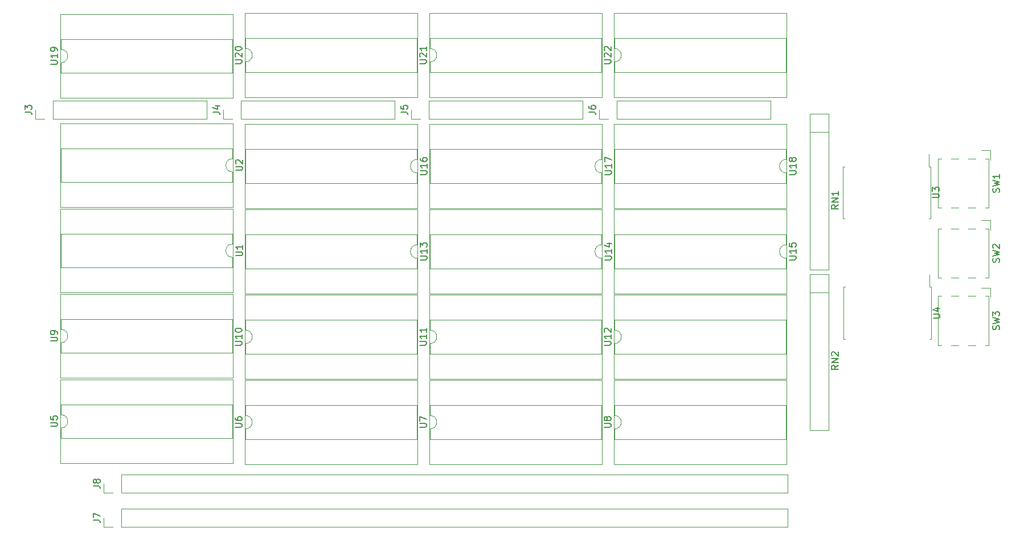
<source format=gbr>
%TF.GenerationSoftware,KiCad,Pcbnew,(6.0.6)*%
%TF.CreationDate,2022-07-29T18:16:28+02:00*%
%TF.ProjectId,csr,6373722e-6b69-4636-9164-5f7063625858,rev?*%
%TF.SameCoordinates,Original*%
%TF.FileFunction,Legend,Top*%
%TF.FilePolarity,Positive*%
%FSLAX46Y46*%
G04 Gerber Fmt 4.6, Leading zero omitted, Abs format (unit mm)*
G04 Created by KiCad (PCBNEW (6.0.6)) date 2022-07-29 18:16:28*
%MOMM*%
%LPD*%
G01*
G04 APERTURE LIST*
%ADD10C,0.150000*%
%ADD11C,0.120000*%
G04 APERTURE END LIST*
D10*
%TO.C,U22*%
X127678380Y-301720095D02*
X128487904Y-301720095D01*
X128583142Y-301672476D01*
X128630761Y-301624857D01*
X128678380Y-301529619D01*
X128678380Y-301339142D01*
X128630761Y-301243904D01*
X128583142Y-301196285D01*
X128487904Y-301148666D01*
X127678380Y-301148666D01*
X127773619Y-300720095D02*
X127726000Y-300672476D01*
X127678380Y-300577238D01*
X127678380Y-300339142D01*
X127726000Y-300243904D01*
X127773619Y-300196285D01*
X127868857Y-300148666D01*
X127964095Y-300148666D01*
X128106952Y-300196285D01*
X128678380Y-300767714D01*
X128678380Y-300148666D01*
X127773619Y-299767714D02*
X127726000Y-299720095D01*
X127678380Y-299624857D01*
X127678380Y-299386761D01*
X127726000Y-299291523D01*
X127773619Y-299243904D01*
X127868857Y-299196285D01*
X127964095Y-299196285D01*
X128106952Y-299243904D01*
X128678380Y-299815333D01*
X128678380Y-299196285D01*
%TO.C,U21*%
X100246380Y-301720095D02*
X101055904Y-301720095D01*
X101151142Y-301672476D01*
X101198761Y-301624857D01*
X101246380Y-301529619D01*
X101246380Y-301339142D01*
X101198761Y-301243904D01*
X101151142Y-301196285D01*
X101055904Y-301148666D01*
X100246380Y-301148666D01*
X100341619Y-300720095D02*
X100294000Y-300672476D01*
X100246380Y-300577238D01*
X100246380Y-300339142D01*
X100294000Y-300243904D01*
X100341619Y-300196285D01*
X100436857Y-300148666D01*
X100532095Y-300148666D01*
X100674952Y-300196285D01*
X101246380Y-300767714D01*
X101246380Y-300148666D01*
X101246380Y-299196285D02*
X101246380Y-299767714D01*
X101246380Y-299482000D02*
X100246380Y-299482000D01*
X100389238Y-299577238D01*
X100484476Y-299672476D01*
X100532095Y-299767714D01*
%TO.C,U20*%
X72814380Y-301720095D02*
X73623904Y-301720095D01*
X73719142Y-301672476D01*
X73766761Y-301624857D01*
X73814380Y-301529619D01*
X73814380Y-301339142D01*
X73766761Y-301243904D01*
X73719142Y-301196285D01*
X73623904Y-301148666D01*
X72814380Y-301148666D01*
X72909619Y-300720095D02*
X72862000Y-300672476D01*
X72814380Y-300577238D01*
X72814380Y-300339142D01*
X72862000Y-300243904D01*
X72909619Y-300196285D01*
X73004857Y-300148666D01*
X73100095Y-300148666D01*
X73242952Y-300196285D01*
X73814380Y-300767714D01*
X73814380Y-300148666D01*
X72814380Y-299529619D02*
X72814380Y-299434380D01*
X72862000Y-299339142D01*
X72909619Y-299291523D01*
X73004857Y-299243904D01*
X73195333Y-299196285D01*
X73433428Y-299196285D01*
X73623904Y-299243904D01*
X73719142Y-299291523D01*
X73766761Y-299339142D01*
X73814380Y-299434380D01*
X73814380Y-299529619D01*
X73766761Y-299624857D01*
X73719142Y-299672476D01*
X73623904Y-299720095D01*
X73433428Y-299767714D01*
X73195333Y-299767714D01*
X73004857Y-299720095D01*
X72909619Y-299672476D01*
X72862000Y-299624857D01*
X72814380Y-299529619D01*
%TO.C,U19*%
X45382380Y-301847095D02*
X46191904Y-301847095D01*
X46287142Y-301799476D01*
X46334761Y-301751857D01*
X46382380Y-301656619D01*
X46382380Y-301466142D01*
X46334761Y-301370904D01*
X46287142Y-301323285D01*
X46191904Y-301275666D01*
X45382380Y-301275666D01*
X46382380Y-300275666D02*
X46382380Y-300847095D01*
X46382380Y-300561380D02*
X45382380Y-300561380D01*
X45525238Y-300656619D01*
X45620476Y-300751857D01*
X45668095Y-300847095D01*
X46382380Y-299799476D02*
X46382380Y-299609000D01*
X46334761Y-299513761D01*
X46287142Y-299466142D01*
X46144285Y-299370904D01*
X45953809Y-299323285D01*
X45572857Y-299323285D01*
X45477619Y-299370904D01*
X45430000Y-299418523D01*
X45382380Y-299513761D01*
X45382380Y-299704238D01*
X45430000Y-299799476D01*
X45477619Y-299847095D01*
X45572857Y-299894714D01*
X45810952Y-299894714D01*
X45906190Y-299847095D01*
X45953809Y-299799476D01*
X46001428Y-299704238D01*
X46001428Y-299513761D01*
X45953809Y-299418523D01*
X45906190Y-299370904D01*
X45810952Y-299323285D01*
%TO.C,U18*%
X155198380Y-318230095D02*
X156007904Y-318230095D01*
X156103142Y-318182476D01*
X156150761Y-318134857D01*
X156198380Y-318039619D01*
X156198380Y-317849142D01*
X156150761Y-317753904D01*
X156103142Y-317706285D01*
X156007904Y-317658666D01*
X155198380Y-317658666D01*
X156198380Y-316658666D02*
X156198380Y-317230095D01*
X156198380Y-316944380D02*
X155198380Y-316944380D01*
X155341238Y-317039619D01*
X155436476Y-317134857D01*
X155484095Y-317230095D01*
X155626952Y-316087238D02*
X155579333Y-316182476D01*
X155531714Y-316230095D01*
X155436476Y-316277714D01*
X155388857Y-316277714D01*
X155293619Y-316230095D01*
X155246000Y-316182476D01*
X155198380Y-316087238D01*
X155198380Y-315896761D01*
X155246000Y-315801523D01*
X155293619Y-315753904D01*
X155388857Y-315706285D01*
X155436476Y-315706285D01*
X155531714Y-315753904D01*
X155579333Y-315801523D01*
X155626952Y-315896761D01*
X155626952Y-316087238D01*
X155674571Y-316182476D01*
X155722190Y-316230095D01*
X155817428Y-316277714D01*
X156007904Y-316277714D01*
X156103142Y-316230095D01*
X156150761Y-316182476D01*
X156198380Y-316087238D01*
X156198380Y-315896761D01*
X156150761Y-315801523D01*
X156103142Y-315753904D01*
X156007904Y-315706285D01*
X155817428Y-315706285D01*
X155722190Y-315753904D01*
X155674571Y-315801523D01*
X155626952Y-315896761D01*
%TO.C,U17*%
X127766380Y-318230095D02*
X128575904Y-318230095D01*
X128671142Y-318182476D01*
X128718761Y-318134857D01*
X128766380Y-318039619D01*
X128766380Y-317849142D01*
X128718761Y-317753904D01*
X128671142Y-317706285D01*
X128575904Y-317658666D01*
X127766380Y-317658666D01*
X128766380Y-316658666D02*
X128766380Y-317230095D01*
X128766380Y-316944380D02*
X127766380Y-316944380D01*
X127909238Y-317039619D01*
X128004476Y-317134857D01*
X128052095Y-317230095D01*
X127766380Y-316325333D02*
X127766380Y-315658666D01*
X128766380Y-316087238D01*
%TO.C,U16*%
X100334380Y-318230095D02*
X101143904Y-318230095D01*
X101239142Y-318182476D01*
X101286761Y-318134857D01*
X101334380Y-318039619D01*
X101334380Y-317849142D01*
X101286761Y-317753904D01*
X101239142Y-317706285D01*
X101143904Y-317658666D01*
X100334380Y-317658666D01*
X101334380Y-316658666D02*
X101334380Y-317230095D01*
X101334380Y-316944380D02*
X100334380Y-316944380D01*
X100477238Y-317039619D01*
X100572476Y-317134857D01*
X100620095Y-317230095D01*
X100334380Y-315801523D02*
X100334380Y-315992000D01*
X100382000Y-316087238D01*
X100429619Y-316134857D01*
X100572476Y-316230095D01*
X100762952Y-316277714D01*
X101143904Y-316277714D01*
X101239142Y-316230095D01*
X101286761Y-316182476D01*
X101334380Y-316087238D01*
X101334380Y-315896761D01*
X101286761Y-315801523D01*
X101239142Y-315753904D01*
X101143904Y-315706285D01*
X100905809Y-315706285D01*
X100810571Y-315753904D01*
X100762952Y-315801523D01*
X100715333Y-315896761D01*
X100715333Y-316087238D01*
X100762952Y-316182476D01*
X100810571Y-316230095D01*
X100905809Y-316277714D01*
%TO.C,U15*%
X155198380Y-330930095D02*
X156007904Y-330930095D01*
X156103142Y-330882476D01*
X156150761Y-330834857D01*
X156198380Y-330739619D01*
X156198380Y-330549142D01*
X156150761Y-330453904D01*
X156103142Y-330406285D01*
X156007904Y-330358666D01*
X155198380Y-330358666D01*
X156198380Y-329358666D02*
X156198380Y-329930095D01*
X156198380Y-329644380D02*
X155198380Y-329644380D01*
X155341238Y-329739619D01*
X155436476Y-329834857D01*
X155484095Y-329930095D01*
X155198380Y-328453904D02*
X155198380Y-328930095D01*
X155674571Y-328977714D01*
X155626952Y-328930095D01*
X155579333Y-328834857D01*
X155579333Y-328596761D01*
X155626952Y-328501523D01*
X155674571Y-328453904D01*
X155769809Y-328406285D01*
X156007904Y-328406285D01*
X156103142Y-328453904D01*
X156150761Y-328501523D01*
X156198380Y-328596761D01*
X156198380Y-328834857D01*
X156150761Y-328930095D01*
X156103142Y-328977714D01*
%TO.C,U14*%
X127766380Y-330930095D02*
X128575904Y-330930095D01*
X128671142Y-330882476D01*
X128718761Y-330834857D01*
X128766380Y-330739619D01*
X128766380Y-330549142D01*
X128718761Y-330453904D01*
X128671142Y-330406285D01*
X128575904Y-330358666D01*
X127766380Y-330358666D01*
X128766380Y-329358666D02*
X128766380Y-329930095D01*
X128766380Y-329644380D02*
X127766380Y-329644380D01*
X127909238Y-329739619D01*
X128004476Y-329834857D01*
X128052095Y-329930095D01*
X128099714Y-328501523D02*
X128766380Y-328501523D01*
X127718761Y-328739619D02*
X128433047Y-328977714D01*
X128433047Y-328358666D01*
%TO.C,U13*%
X100334380Y-330930095D02*
X101143904Y-330930095D01*
X101239142Y-330882476D01*
X101286761Y-330834857D01*
X101334380Y-330739619D01*
X101334380Y-330549142D01*
X101286761Y-330453904D01*
X101239142Y-330406285D01*
X101143904Y-330358666D01*
X100334380Y-330358666D01*
X101334380Y-329358666D02*
X101334380Y-329930095D01*
X101334380Y-329644380D02*
X100334380Y-329644380D01*
X100477238Y-329739619D01*
X100572476Y-329834857D01*
X100620095Y-329930095D01*
X100334380Y-329025333D02*
X100334380Y-328406285D01*
X100715333Y-328739619D01*
X100715333Y-328596761D01*
X100762952Y-328501523D01*
X100810571Y-328453904D01*
X100905809Y-328406285D01*
X101143904Y-328406285D01*
X101239142Y-328453904D01*
X101286761Y-328501523D01*
X101334380Y-328596761D01*
X101334380Y-328882476D01*
X101286761Y-328977714D01*
X101239142Y-329025333D01*
%TO.C,U12*%
X127678380Y-343630095D02*
X128487904Y-343630095D01*
X128583142Y-343582476D01*
X128630761Y-343534857D01*
X128678380Y-343439619D01*
X128678380Y-343249142D01*
X128630761Y-343153904D01*
X128583142Y-343106285D01*
X128487904Y-343058666D01*
X127678380Y-343058666D01*
X128678380Y-342058666D02*
X128678380Y-342630095D01*
X128678380Y-342344380D02*
X127678380Y-342344380D01*
X127821238Y-342439619D01*
X127916476Y-342534857D01*
X127964095Y-342630095D01*
X127773619Y-341677714D02*
X127726000Y-341630095D01*
X127678380Y-341534857D01*
X127678380Y-341296761D01*
X127726000Y-341201523D01*
X127773619Y-341153904D01*
X127868857Y-341106285D01*
X127964095Y-341106285D01*
X128106952Y-341153904D01*
X128678380Y-341725333D01*
X128678380Y-341106285D01*
%TO.C,U11*%
X100246380Y-343630095D02*
X101055904Y-343630095D01*
X101151142Y-343582476D01*
X101198761Y-343534857D01*
X101246380Y-343439619D01*
X101246380Y-343249142D01*
X101198761Y-343153904D01*
X101151142Y-343106285D01*
X101055904Y-343058666D01*
X100246380Y-343058666D01*
X101246380Y-342058666D02*
X101246380Y-342630095D01*
X101246380Y-342344380D02*
X100246380Y-342344380D01*
X100389238Y-342439619D01*
X100484476Y-342534857D01*
X100532095Y-342630095D01*
X101246380Y-341106285D02*
X101246380Y-341677714D01*
X101246380Y-341392000D02*
X100246380Y-341392000D01*
X100389238Y-341487238D01*
X100484476Y-341582476D01*
X100532095Y-341677714D01*
%TO.C,U10*%
X72814380Y-343630095D02*
X73623904Y-343630095D01*
X73719142Y-343582476D01*
X73766761Y-343534857D01*
X73814380Y-343439619D01*
X73814380Y-343249142D01*
X73766761Y-343153904D01*
X73719142Y-343106285D01*
X73623904Y-343058666D01*
X72814380Y-343058666D01*
X73814380Y-342058666D02*
X73814380Y-342630095D01*
X73814380Y-342344380D02*
X72814380Y-342344380D01*
X72957238Y-342439619D01*
X73052476Y-342534857D01*
X73100095Y-342630095D01*
X72814380Y-341439619D02*
X72814380Y-341344380D01*
X72862000Y-341249142D01*
X72909619Y-341201523D01*
X73004857Y-341153904D01*
X73195333Y-341106285D01*
X73433428Y-341106285D01*
X73623904Y-341153904D01*
X73719142Y-341201523D01*
X73766761Y-341249142D01*
X73814380Y-341344380D01*
X73814380Y-341439619D01*
X73766761Y-341534857D01*
X73719142Y-341582476D01*
X73623904Y-341630095D01*
X73433428Y-341677714D01*
X73195333Y-341677714D01*
X73004857Y-341630095D01*
X72909619Y-341582476D01*
X72862000Y-341534857D01*
X72814380Y-341439619D01*
%TO.C,U9*%
X45382380Y-343026904D02*
X46191904Y-343026904D01*
X46287142Y-342979285D01*
X46334761Y-342931666D01*
X46382380Y-342836428D01*
X46382380Y-342645952D01*
X46334761Y-342550714D01*
X46287142Y-342503095D01*
X46191904Y-342455476D01*
X45382380Y-342455476D01*
X46382380Y-341931666D02*
X46382380Y-341741190D01*
X46334761Y-341645952D01*
X46287142Y-341598333D01*
X46144285Y-341503095D01*
X45953809Y-341455476D01*
X45572857Y-341455476D01*
X45477619Y-341503095D01*
X45430000Y-341550714D01*
X45382380Y-341645952D01*
X45382380Y-341836428D01*
X45430000Y-341931666D01*
X45477619Y-341979285D01*
X45572857Y-342026904D01*
X45810952Y-342026904D01*
X45906190Y-341979285D01*
X45953809Y-341931666D01*
X46001428Y-341836428D01*
X46001428Y-341645952D01*
X45953809Y-341550714D01*
X45906190Y-341503095D01*
X45810952Y-341455476D01*
%TO.C,U8*%
X127678380Y-355853904D02*
X128487904Y-355853904D01*
X128583142Y-355806285D01*
X128630761Y-355758666D01*
X128678380Y-355663428D01*
X128678380Y-355472952D01*
X128630761Y-355377714D01*
X128583142Y-355330095D01*
X128487904Y-355282476D01*
X127678380Y-355282476D01*
X128106952Y-354663428D02*
X128059333Y-354758666D01*
X128011714Y-354806285D01*
X127916476Y-354853904D01*
X127868857Y-354853904D01*
X127773619Y-354806285D01*
X127726000Y-354758666D01*
X127678380Y-354663428D01*
X127678380Y-354472952D01*
X127726000Y-354377714D01*
X127773619Y-354330095D01*
X127868857Y-354282476D01*
X127916476Y-354282476D01*
X128011714Y-354330095D01*
X128059333Y-354377714D01*
X128106952Y-354472952D01*
X128106952Y-354663428D01*
X128154571Y-354758666D01*
X128202190Y-354806285D01*
X128297428Y-354853904D01*
X128487904Y-354853904D01*
X128583142Y-354806285D01*
X128630761Y-354758666D01*
X128678380Y-354663428D01*
X128678380Y-354472952D01*
X128630761Y-354377714D01*
X128583142Y-354330095D01*
X128487904Y-354282476D01*
X128297428Y-354282476D01*
X128202190Y-354330095D01*
X128154571Y-354377714D01*
X128106952Y-354472952D01*
%TO.C,U7*%
X100246380Y-355853904D02*
X101055904Y-355853904D01*
X101151142Y-355806285D01*
X101198761Y-355758666D01*
X101246380Y-355663428D01*
X101246380Y-355472952D01*
X101198761Y-355377714D01*
X101151142Y-355330095D01*
X101055904Y-355282476D01*
X100246380Y-355282476D01*
X100246380Y-354901523D02*
X100246380Y-354234857D01*
X101246380Y-354663428D01*
%TO.C,U6*%
X72814380Y-355853904D02*
X73623904Y-355853904D01*
X73719142Y-355806285D01*
X73766761Y-355758666D01*
X73814380Y-355663428D01*
X73814380Y-355472952D01*
X73766761Y-355377714D01*
X73719142Y-355330095D01*
X73623904Y-355282476D01*
X72814380Y-355282476D01*
X72814380Y-354377714D02*
X72814380Y-354568190D01*
X72862000Y-354663428D01*
X72909619Y-354711047D01*
X73052476Y-354806285D01*
X73242952Y-354853904D01*
X73623904Y-354853904D01*
X73719142Y-354806285D01*
X73766761Y-354758666D01*
X73814380Y-354663428D01*
X73814380Y-354472952D01*
X73766761Y-354377714D01*
X73719142Y-354330095D01*
X73623904Y-354282476D01*
X73385809Y-354282476D01*
X73290571Y-354330095D01*
X73242952Y-354377714D01*
X73195333Y-354472952D01*
X73195333Y-354663428D01*
X73242952Y-354758666D01*
X73290571Y-354806285D01*
X73385809Y-354853904D01*
%TO.C,U5*%
X45382380Y-355726904D02*
X46191904Y-355726904D01*
X46287142Y-355679285D01*
X46334761Y-355631666D01*
X46382380Y-355536428D01*
X46382380Y-355345952D01*
X46334761Y-355250714D01*
X46287142Y-355203095D01*
X46191904Y-355155476D01*
X45382380Y-355155476D01*
X45382380Y-354203095D02*
X45382380Y-354679285D01*
X45858571Y-354726904D01*
X45810952Y-354679285D01*
X45763333Y-354584047D01*
X45763333Y-354345952D01*
X45810952Y-354250714D01*
X45858571Y-354203095D01*
X45953809Y-354155476D01*
X46191904Y-354155476D01*
X46287142Y-354203095D01*
X46334761Y-354250714D01*
X46382380Y-354345952D01*
X46382380Y-354584047D01*
X46334761Y-354679285D01*
X46287142Y-354726904D01*
%TO.C,J8*%
X51732380Y-364569333D02*
X52446666Y-364569333D01*
X52589523Y-364616952D01*
X52684761Y-364712190D01*
X52732380Y-364855047D01*
X52732380Y-364950285D01*
X52160952Y-363950285D02*
X52113333Y-364045523D01*
X52065714Y-364093142D01*
X51970476Y-364140761D01*
X51922857Y-364140761D01*
X51827619Y-364093142D01*
X51780000Y-364045523D01*
X51732380Y-363950285D01*
X51732380Y-363759809D01*
X51780000Y-363664571D01*
X51827619Y-363616952D01*
X51922857Y-363569333D01*
X51970476Y-363569333D01*
X52065714Y-363616952D01*
X52113333Y-363664571D01*
X52160952Y-363759809D01*
X52160952Y-363950285D01*
X52208571Y-364045523D01*
X52256190Y-364093142D01*
X52351428Y-364140761D01*
X52541904Y-364140761D01*
X52637142Y-364093142D01*
X52684761Y-364045523D01*
X52732380Y-363950285D01*
X52732380Y-363759809D01*
X52684761Y-363664571D01*
X52637142Y-363616952D01*
X52541904Y-363569333D01*
X52351428Y-363569333D01*
X52256190Y-363616952D01*
X52208571Y-363664571D01*
X52160952Y-363759809D01*
%TO.C,J7*%
X51732380Y-369649333D02*
X52446666Y-369649333D01*
X52589523Y-369696952D01*
X52684761Y-369792190D01*
X52732380Y-369935047D01*
X52732380Y-370030285D01*
X51732380Y-369268380D02*
X51732380Y-368601714D01*
X52732380Y-369030285D01*
%TO.C,J6*%
X125392380Y-308943333D02*
X126106666Y-308943333D01*
X126249523Y-308990952D01*
X126344761Y-309086190D01*
X126392380Y-309229047D01*
X126392380Y-309324285D01*
X125392380Y-308038571D02*
X125392380Y-308229047D01*
X125440000Y-308324285D01*
X125487619Y-308371904D01*
X125630476Y-308467142D01*
X125820952Y-308514761D01*
X126201904Y-308514761D01*
X126297142Y-308467142D01*
X126344761Y-308419523D01*
X126392380Y-308324285D01*
X126392380Y-308133809D01*
X126344761Y-308038571D01*
X126297142Y-307990952D01*
X126201904Y-307943333D01*
X125963809Y-307943333D01*
X125868571Y-307990952D01*
X125820952Y-308038571D01*
X125773333Y-308133809D01*
X125773333Y-308324285D01*
X125820952Y-308419523D01*
X125868571Y-308467142D01*
X125963809Y-308514761D01*
%TO.C,J5*%
X97452380Y-308943333D02*
X98166666Y-308943333D01*
X98309523Y-308990952D01*
X98404761Y-309086190D01*
X98452380Y-309229047D01*
X98452380Y-309324285D01*
X97452380Y-307990952D02*
X97452380Y-308467142D01*
X97928571Y-308514761D01*
X97880952Y-308467142D01*
X97833333Y-308371904D01*
X97833333Y-308133809D01*
X97880952Y-308038571D01*
X97928571Y-307990952D01*
X98023809Y-307943333D01*
X98261904Y-307943333D01*
X98357142Y-307990952D01*
X98404761Y-308038571D01*
X98452380Y-308133809D01*
X98452380Y-308371904D01*
X98404761Y-308467142D01*
X98357142Y-308514761D01*
%TO.C,J4*%
X69512380Y-308943333D02*
X70226666Y-308943333D01*
X70369523Y-308990952D01*
X70464761Y-309086190D01*
X70512380Y-309229047D01*
X70512380Y-309324285D01*
X69845714Y-308038571D02*
X70512380Y-308038571D01*
X69464761Y-308276666D02*
X70179047Y-308514761D01*
X70179047Y-307895714D01*
%TO.C,J3*%
X41572380Y-308943333D02*
X42286666Y-308943333D01*
X42429523Y-308990952D01*
X42524761Y-309086190D01*
X42572380Y-309229047D01*
X42572380Y-309324285D01*
X41572380Y-308562380D02*
X41572380Y-307943333D01*
X41953333Y-308276666D01*
X41953333Y-308133809D01*
X42000952Y-308038571D01*
X42048571Y-307990952D01*
X42143809Y-307943333D01*
X42381904Y-307943333D01*
X42477142Y-307990952D01*
X42524761Y-308038571D01*
X42572380Y-308133809D01*
X42572380Y-308419523D01*
X42524761Y-308514761D01*
X42477142Y-308562380D01*
%TO.C,U4*%
X176601380Y-339597904D02*
X177410904Y-339597904D01*
X177506142Y-339550285D01*
X177553761Y-339502666D01*
X177601380Y-339407428D01*
X177601380Y-339216952D01*
X177553761Y-339121714D01*
X177506142Y-339074095D01*
X177410904Y-339026476D01*
X176601380Y-339026476D01*
X176934714Y-338121714D02*
X177601380Y-338121714D01*
X176553761Y-338359809D02*
X177268047Y-338597904D01*
X177268047Y-337978857D01*
%TO.C,RN1*%
X162491380Y-322747476D02*
X162015190Y-323080809D01*
X162491380Y-323318904D02*
X161491380Y-323318904D01*
X161491380Y-322937952D01*
X161539000Y-322842714D01*
X161586619Y-322795095D01*
X161681857Y-322747476D01*
X161824714Y-322747476D01*
X161919952Y-322795095D01*
X161967571Y-322842714D01*
X162015190Y-322937952D01*
X162015190Y-323318904D01*
X162491380Y-322318904D02*
X161491380Y-322318904D01*
X162491380Y-321747476D01*
X161491380Y-321747476D01*
X162491380Y-320747476D02*
X162491380Y-321318904D01*
X162491380Y-321033190D02*
X161491380Y-321033190D01*
X161634238Y-321128428D01*
X161729476Y-321223666D01*
X161777095Y-321318904D01*
%TO.C,SW1*%
X186406761Y-320865333D02*
X186454380Y-320722476D01*
X186454380Y-320484380D01*
X186406761Y-320389142D01*
X186359142Y-320341523D01*
X186263904Y-320293904D01*
X186168666Y-320293904D01*
X186073428Y-320341523D01*
X186025809Y-320389142D01*
X185978190Y-320484380D01*
X185930571Y-320674857D01*
X185882952Y-320770095D01*
X185835333Y-320817714D01*
X185740095Y-320865333D01*
X185644857Y-320865333D01*
X185549619Y-320817714D01*
X185502000Y-320770095D01*
X185454380Y-320674857D01*
X185454380Y-320436761D01*
X185502000Y-320293904D01*
X185454380Y-319960571D02*
X186454380Y-319722476D01*
X185740095Y-319532000D01*
X186454380Y-319341523D01*
X185454380Y-319103428D01*
X186454380Y-318198666D02*
X186454380Y-318770095D01*
X186454380Y-318484380D02*
X185454380Y-318484380D01*
X185597238Y-318579619D01*
X185692476Y-318674857D01*
X185740095Y-318770095D01*
%TO.C,U2*%
X72902380Y-317626904D02*
X73711904Y-317626904D01*
X73807142Y-317579285D01*
X73854761Y-317531666D01*
X73902380Y-317436428D01*
X73902380Y-317245952D01*
X73854761Y-317150714D01*
X73807142Y-317103095D01*
X73711904Y-317055476D01*
X72902380Y-317055476D01*
X72997619Y-316626904D02*
X72950000Y-316579285D01*
X72902380Y-316484047D01*
X72902380Y-316245952D01*
X72950000Y-316150714D01*
X72997619Y-316103095D01*
X73092857Y-316055476D01*
X73188095Y-316055476D01*
X73330952Y-316103095D01*
X73902380Y-316674523D01*
X73902380Y-316055476D01*
%TO.C,SW3*%
X186406761Y-341312333D02*
X186454380Y-341169476D01*
X186454380Y-340931380D01*
X186406761Y-340836142D01*
X186359142Y-340788523D01*
X186263904Y-340740904D01*
X186168666Y-340740904D01*
X186073428Y-340788523D01*
X186025809Y-340836142D01*
X185978190Y-340931380D01*
X185930571Y-341121857D01*
X185882952Y-341217095D01*
X185835333Y-341264714D01*
X185740095Y-341312333D01*
X185644857Y-341312333D01*
X185549619Y-341264714D01*
X185502000Y-341217095D01*
X185454380Y-341121857D01*
X185454380Y-340883761D01*
X185502000Y-340740904D01*
X185454380Y-340407571D02*
X186454380Y-340169476D01*
X185740095Y-339979000D01*
X186454380Y-339788523D01*
X185454380Y-339550428D01*
X185454380Y-339264714D02*
X185454380Y-338645666D01*
X185835333Y-338979000D01*
X185835333Y-338836142D01*
X185882952Y-338740904D01*
X185930571Y-338693285D01*
X186025809Y-338645666D01*
X186263904Y-338645666D01*
X186359142Y-338693285D01*
X186406761Y-338740904D01*
X186454380Y-338836142D01*
X186454380Y-339121857D01*
X186406761Y-339217095D01*
X186359142Y-339264714D01*
%TO.C,U1*%
X72902380Y-330326904D02*
X73711904Y-330326904D01*
X73807142Y-330279285D01*
X73854761Y-330231666D01*
X73902380Y-330136428D01*
X73902380Y-329945952D01*
X73854761Y-329850714D01*
X73807142Y-329803095D01*
X73711904Y-329755476D01*
X72902380Y-329755476D01*
X73902380Y-328755476D02*
X73902380Y-329326904D01*
X73902380Y-329041190D02*
X72902380Y-329041190D01*
X73045238Y-329136428D01*
X73140476Y-329231666D01*
X73188095Y-329326904D01*
%TO.C,U3*%
X176474380Y-321690904D02*
X177283904Y-321690904D01*
X177379142Y-321643285D01*
X177426761Y-321595666D01*
X177474380Y-321500428D01*
X177474380Y-321309952D01*
X177426761Y-321214714D01*
X177379142Y-321167095D01*
X177283904Y-321119476D01*
X176474380Y-321119476D01*
X176474380Y-320738523D02*
X176474380Y-320119476D01*
X176855333Y-320452809D01*
X176855333Y-320309952D01*
X176902952Y-320214714D01*
X176950571Y-320167095D01*
X177045809Y-320119476D01*
X177283904Y-320119476D01*
X177379142Y-320167095D01*
X177426761Y-320214714D01*
X177474380Y-320309952D01*
X177474380Y-320595666D01*
X177426761Y-320690904D01*
X177379142Y-320738523D01*
%TO.C,RN2*%
X162491380Y-346623476D02*
X162015190Y-346956809D01*
X162491380Y-347194904D02*
X161491380Y-347194904D01*
X161491380Y-346813952D01*
X161539000Y-346718714D01*
X161586619Y-346671095D01*
X161681857Y-346623476D01*
X161824714Y-346623476D01*
X161919952Y-346671095D01*
X161967571Y-346718714D01*
X162015190Y-346813952D01*
X162015190Y-347194904D01*
X162491380Y-346194904D02*
X161491380Y-346194904D01*
X162491380Y-345623476D01*
X161491380Y-345623476D01*
X161586619Y-345194904D02*
X161539000Y-345147285D01*
X161491380Y-345052047D01*
X161491380Y-344813952D01*
X161539000Y-344718714D01*
X161586619Y-344671095D01*
X161681857Y-344623476D01*
X161777095Y-344623476D01*
X161919952Y-344671095D01*
X162491380Y-345242523D01*
X162491380Y-344623476D01*
%TO.C,SW2*%
X186406761Y-331279333D02*
X186454380Y-331136476D01*
X186454380Y-330898380D01*
X186406761Y-330803142D01*
X186359142Y-330755523D01*
X186263904Y-330707904D01*
X186168666Y-330707904D01*
X186073428Y-330755523D01*
X186025809Y-330803142D01*
X185978190Y-330898380D01*
X185930571Y-331088857D01*
X185882952Y-331184095D01*
X185835333Y-331231714D01*
X185740095Y-331279333D01*
X185644857Y-331279333D01*
X185549619Y-331231714D01*
X185502000Y-331184095D01*
X185454380Y-331088857D01*
X185454380Y-330850761D01*
X185502000Y-330707904D01*
X185454380Y-330374571D02*
X186454380Y-330136476D01*
X185740095Y-329946000D01*
X186454380Y-329755523D01*
X185454380Y-329517428D01*
X185549619Y-329184095D02*
X185502000Y-329136476D01*
X185454380Y-329041238D01*
X185454380Y-328803142D01*
X185502000Y-328707904D01*
X185549619Y-328660285D01*
X185644857Y-328612666D01*
X185740095Y-328612666D01*
X185882952Y-328660285D01*
X186454380Y-329231714D01*
X186454380Y-328612666D01*
D11*
%TO.C,U22*%
X129226000Y-301482000D02*
X129226000Y-303017000D01*
X154806000Y-306717000D02*
X154806000Y-294247000D01*
X154746000Y-297947000D02*
X129226000Y-297947000D01*
X154806000Y-294247000D02*
X129166000Y-294247000D01*
X129226000Y-297947000D02*
X129226000Y-299482000D01*
X129226000Y-303017000D02*
X154746000Y-303017000D01*
X129166000Y-294247000D02*
X129166000Y-306717000D01*
X154746000Y-303017000D02*
X154746000Y-297947000D01*
X129166000Y-306717000D02*
X154806000Y-306717000D01*
X129226000Y-301482000D02*
G75*
G03*
X129226000Y-299482000I0J1000000D01*
G01*
%TO.C,U21*%
X101794000Y-301482000D02*
X101794000Y-303017000D01*
X127374000Y-306717000D02*
X127374000Y-294247000D01*
X127314000Y-297947000D02*
X101794000Y-297947000D01*
X127374000Y-294247000D02*
X101734000Y-294247000D01*
X101794000Y-297947000D02*
X101794000Y-299482000D01*
X101794000Y-303017000D02*
X127314000Y-303017000D01*
X101734000Y-294247000D02*
X101734000Y-306717000D01*
X127314000Y-303017000D02*
X127314000Y-297947000D01*
X101734000Y-306717000D02*
X127374000Y-306717000D01*
X101794000Y-301482000D02*
G75*
G03*
X101794000Y-299482000I0J1000000D01*
G01*
%TO.C,U20*%
X74362000Y-301482000D02*
G75*
G03*
X74362000Y-299482000I0J1000000D01*
G01*
X74302000Y-306717000D02*
X99942000Y-306717000D01*
X99882000Y-303017000D02*
X99882000Y-297947000D01*
X74302000Y-294247000D02*
X74302000Y-306717000D01*
X74362000Y-303017000D02*
X99882000Y-303017000D01*
X74362000Y-297947000D02*
X74362000Y-299482000D01*
X99942000Y-294247000D02*
X74302000Y-294247000D01*
X99882000Y-297947000D02*
X74362000Y-297947000D01*
X99942000Y-306717000D02*
X99942000Y-294247000D01*
X74362000Y-301482000D02*
X74362000Y-303017000D01*
%TO.C,U19*%
X46930000Y-301609000D02*
X46930000Y-303144000D01*
X72510000Y-306844000D02*
X72510000Y-294374000D01*
X72450000Y-298074000D02*
X46930000Y-298074000D01*
X72510000Y-294374000D02*
X46870000Y-294374000D01*
X46930000Y-298074000D02*
X46930000Y-299609000D01*
X46930000Y-303144000D02*
X72450000Y-303144000D01*
X46870000Y-294374000D02*
X46870000Y-306844000D01*
X72450000Y-303144000D02*
X72450000Y-298074000D01*
X46870000Y-306844000D02*
X72510000Y-306844000D01*
X46930000Y-301609000D02*
G75*
G03*
X46930000Y-299609000I0J1000000D01*
G01*
%TO.C,U18*%
X154746000Y-315992000D02*
X154746000Y-314457000D01*
X129166000Y-310757000D02*
X129166000Y-323227000D01*
X129226000Y-319527000D02*
X154746000Y-319527000D01*
X129166000Y-323227000D02*
X154806000Y-323227000D01*
X154746000Y-319527000D02*
X154746000Y-317992000D01*
X154746000Y-314457000D02*
X129226000Y-314457000D01*
X154806000Y-323227000D02*
X154806000Y-310757000D01*
X129226000Y-314457000D02*
X129226000Y-319527000D01*
X154806000Y-310757000D02*
X129166000Y-310757000D01*
X154746000Y-315992000D02*
G75*
G03*
X154746000Y-317992000I0J-1000000D01*
G01*
%TO.C,U17*%
X127314000Y-315992000D02*
X127314000Y-314457000D01*
X101734000Y-310757000D02*
X101734000Y-323227000D01*
X101794000Y-319527000D02*
X127314000Y-319527000D01*
X101734000Y-323227000D02*
X127374000Y-323227000D01*
X127314000Y-319527000D02*
X127314000Y-317992000D01*
X127314000Y-314457000D02*
X101794000Y-314457000D01*
X127374000Y-323227000D02*
X127374000Y-310757000D01*
X101794000Y-314457000D02*
X101794000Y-319527000D01*
X127374000Y-310757000D02*
X101734000Y-310757000D01*
X127314000Y-315992000D02*
G75*
G03*
X127314000Y-317992000I0J-1000000D01*
G01*
%TO.C,U16*%
X99882000Y-315992000D02*
X99882000Y-314457000D01*
X74302000Y-310757000D02*
X74302000Y-323227000D01*
X74362000Y-319527000D02*
X99882000Y-319527000D01*
X74302000Y-323227000D02*
X99942000Y-323227000D01*
X99882000Y-319527000D02*
X99882000Y-317992000D01*
X99882000Y-314457000D02*
X74362000Y-314457000D01*
X99942000Y-323227000D02*
X99942000Y-310757000D01*
X74362000Y-314457000D02*
X74362000Y-319527000D01*
X99942000Y-310757000D02*
X74302000Y-310757000D01*
X99882000Y-315992000D02*
G75*
G03*
X99882000Y-317992000I0J-1000000D01*
G01*
%TO.C,U15*%
X154746000Y-328692000D02*
X154746000Y-327157000D01*
X129166000Y-323457000D02*
X129166000Y-335927000D01*
X129226000Y-332227000D02*
X154746000Y-332227000D01*
X129166000Y-335927000D02*
X154806000Y-335927000D01*
X154746000Y-332227000D02*
X154746000Y-330692000D01*
X154746000Y-327157000D02*
X129226000Y-327157000D01*
X154806000Y-335927000D02*
X154806000Y-323457000D01*
X129226000Y-327157000D02*
X129226000Y-332227000D01*
X154806000Y-323457000D02*
X129166000Y-323457000D01*
X154746000Y-328692000D02*
G75*
G03*
X154746000Y-330692000I0J-1000000D01*
G01*
%TO.C,U14*%
X127314000Y-328692000D02*
X127314000Y-327157000D01*
X101734000Y-323457000D02*
X101734000Y-335927000D01*
X101794000Y-332227000D02*
X127314000Y-332227000D01*
X101734000Y-335927000D02*
X127374000Y-335927000D01*
X127314000Y-332227000D02*
X127314000Y-330692000D01*
X127314000Y-327157000D02*
X101794000Y-327157000D01*
X127374000Y-335927000D02*
X127374000Y-323457000D01*
X101794000Y-327157000D02*
X101794000Y-332227000D01*
X127374000Y-323457000D02*
X101734000Y-323457000D01*
X127314000Y-328692000D02*
G75*
G03*
X127314000Y-330692000I0J-1000000D01*
G01*
%TO.C,U13*%
X99882000Y-328692000D02*
X99882000Y-327157000D01*
X74302000Y-323457000D02*
X74302000Y-335927000D01*
X74362000Y-332227000D02*
X99882000Y-332227000D01*
X74302000Y-335927000D02*
X99942000Y-335927000D01*
X99882000Y-332227000D02*
X99882000Y-330692000D01*
X99882000Y-327157000D02*
X74362000Y-327157000D01*
X99942000Y-335927000D02*
X99942000Y-323457000D01*
X74362000Y-327157000D02*
X74362000Y-332227000D01*
X99942000Y-323457000D02*
X74302000Y-323457000D01*
X99882000Y-328692000D02*
G75*
G03*
X99882000Y-330692000I0J-1000000D01*
G01*
%TO.C,U12*%
X129226000Y-343392000D02*
X129226000Y-344927000D01*
X154806000Y-348627000D02*
X154806000Y-336157000D01*
X154746000Y-339857000D02*
X129226000Y-339857000D01*
X154806000Y-336157000D02*
X129166000Y-336157000D01*
X129226000Y-339857000D02*
X129226000Y-341392000D01*
X129226000Y-344927000D02*
X154746000Y-344927000D01*
X129166000Y-336157000D02*
X129166000Y-348627000D01*
X154746000Y-344927000D02*
X154746000Y-339857000D01*
X129166000Y-348627000D02*
X154806000Y-348627000D01*
X129226000Y-343392000D02*
G75*
G03*
X129226000Y-341392000I0J1000000D01*
G01*
%TO.C,U11*%
X101794000Y-343392000D02*
X101794000Y-344927000D01*
X127374000Y-348627000D02*
X127374000Y-336157000D01*
X127314000Y-339857000D02*
X101794000Y-339857000D01*
X127374000Y-336157000D02*
X101734000Y-336157000D01*
X101794000Y-339857000D02*
X101794000Y-341392000D01*
X101794000Y-344927000D02*
X127314000Y-344927000D01*
X101734000Y-336157000D02*
X101734000Y-348627000D01*
X127314000Y-344927000D02*
X127314000Y-339857000D01*
X101734000Y-348627000D02*
X127374000Y-348627000D01*
X101794000Y-343392000D02*
G75*
G03*
X101794000Y-341392000I0J1000000D01*
G01*
%TO.C,U10*%
X74362000Y-343392000D02*
X74362000Y-344927000D01*
X99942000Y-348627000D02*
X99942000Y-336157000D01*
X99882000Y-339857000D02*
X74362000Y-339857000D01*
X99942000Y-336157000D02*
X74302000Y-336157000D01*
X74362000Y-339857000D02*
X74362000Y-341392000D01*
X74362000Y-344927000D02*
X99882000Y-344927000D01*
X74302000Y-336157000D02*
X74302000Y-348627000D01*
X99882000Y-344927000D02*
X99882000Y-339857000D01*
X74302000Y-348627000D02*
X99942000Y-348627000D01*
X74362000Y-343392000D02*
G75*
G03*
X74362000Y-341392000I0J1000000D01*
G01*
%TO.C,U9*%
X46930000Y-343265000D02*
X46930000Y-344800000D01*
X72510000Y-348500000D02*
X72510000Y-336030000D01*
X72450000Y-339730000D02*
X46930000Y-339730000D01*
X72510000Y-336030000D02*
X46870000Y-336030000D01*
X46930000Y-339730000D02*
X46930000Y-341265000D01*
X46930000Y-344800000D02*
X72450000Y-344800000D01*
X46870000Y-336030000D02*
X46870000Y-348500000D01*
X72450000Y-344800000D02*
X72450000Y-339730000D01*
X46870000Y-348500000D02*
X72510000Y-348500000D01*
X46930000Y-343265000D02*
G75*
G03*
X46930000Y-341265000I0J1000000D01*
G01*
%TO.C,U8*%
X129226000Y-356092000D02*
X129226000Y-357627000D01*
X154806000Y-361327000D02*
X154806000Y-348857000D01*
X154746000Y-352557000D02*
X129226000Y-352557000D01*
X154806000Y-348857000D02*
X129166000Y-348857000D01*
X129226000Y-352557000D02*
X129226000Y-354092000D01*
X129226000Y-357627000D02*
X154746000Y-357627000D01*
X129166000Y-348857000D02*
X129166000Y-361327000D01*
X154746000Y-357627000D02*
X154746000Y-352557000D01*
X129166000Y-361327000D02*
X154806000Y-361327000D01*
X129226000Y-356092000D02*
G75*
G03*
X129226000Y-354092000I0J1000000D01*
G01*
%TO.C,U7*%
X101794000Y-356092000D02*
X101794000Y-357627000D01*
X127374000Y-361327000D02*
X127374000Y-348857000D01*
X127314000Y-352557000D02*
X101794000Y-352557000D01*
X127374000Y-348857000D02*
X101734000Y-348857000D01*
X101794000Y-352557000D02*
X101794000Y-354092000D01*
X101794000Y-357627000D02*
X127314000Y-357627000D01*
X101734000Y-348857000D02*
X101734000Y-361327000D01*
X127314000Y-357627000D02*
X127314000Y-352557000D01*
X101734000Y-361327000D02*
X127374000Y-361327000D01*
X101794000Y-356092000D02*
G75*
G03*
X101794000Y-354092000I0J1000000D01*
G01*
%TO.C,U6*%
X74362000Y-356092000D02*
X74362000Y-357627000D01*
X99942000Y-361327000D02*
X99942000Y-348857000D01*
X99882000Y-352557000D02*
X74362000Y-352557000D01*
X99942000Y-348857000D02*
X74302000Y-348857000D01*
X74362000Y-352557000D02*
X74362000Y-354092000D01*
X74362000Y-357627000D02*
X99882000Y-357627000D01*
X74302000Y-348857000D02*
X74302000Y-361327000D01*
X99882000Y-357627000D02*
X99882000Y-352557000D01*
X74302000Y-361327000D02*
X99942000Y-361327000D01*
X74362000Y-356092000D02*
G75*
G03*
X74362000Y-354092000I0J1000000D01*
G01*
%TO.C,U5*%
X46930000Y-355965000D02*
X46930000Y-357500000D01*
X72510000Y-361200000D02*
X72510000Y-348730000D01*
X72450000Y-352430000D02*
X46930000Y-352430000D01*
X72510000Y-348730000D02*
X46870000Y-348730000D01*
X46930000Y-352430000D02*
X46930000Y-353965000D01*
X46930000Y-357500000D02*
X72450000Y-357500000D01*
X46870000Y-348730000D02*
X46870000Y-361200000D01*
X72450000Y-357500000D02*
X72450000Y-352430000D01*
X46870000Y-361200000D02*
X72510000Y-361200000D01*
X46930000Y-355965000D02*
G75*
G03*
X46930000Y-353965000I0J1000000D01*
G01*
%TO.C,J8*%
X53280000Y-365566000D02*
X53280000Y-364236000D01*
X55880000Y-365566000D02*
X55880000Y-362906000D01*
X55880000Y-365566000D02*
X155000000Y-365566000D01*
X55880000Y-362906000D02*
X155000000Y-362906000D01*
X155000000Y-365566000D02*
X155000000Y-362906000D01*
X54610000Y-365566000D02*
X53280000Y-365566000D01*
%TO.C,J7*%
X53280000Y-370646000D02*
X53280000Y-369316000D01*
X55880000Y-370646000D02*
X55880000Y-367986000D01*
X55880000Y-370646000D02*
X155000000Y-370646000D01*
X55880000Y-367986000D02*
X155000000Y-367986000D01*
X155000000Y-370646000D02*
X155000000Y-367986000D01*
X54610000Y-370646000D02*
X53280000Y-370646000D01*
%TO.C,J6*%
X152460000Y-309940000D02*
X152460000Y-307280000D01*
X129540000Y-309940000D02*
X129540000Y-307280000D01*
X126940000Y-309940000D02*
X126940000Y-308610000D01*
X129540000Y-309940000D02*
X152460000Y-309940000D01*
X129540000Y-307280000D02*
X152460000Y-307280000D01*
X128270000Y-309940000D02*
X126940000Y-309940000D01*
%TO.C,J5*%
X124520000Y-309940000D02*
X124520000Y-307280000D01*
X101600000Y-309940000D02*
X101600000Y-307280000D01*
X99000000Y-309940000D02*
X99000000Y-308610000D01*
X101600000Y-309940000D02*
X124520000Y-309940000D01*
X101600000Y-307280000D02*
X124520000Y-307280000D01*
X100330000Y-309940000D02*
X99000000Y-309940000D01*
%TO.C,J4*%
X96580000Y-309940000D02*
X96580000Y-307280000D01*
X73660000Y-309940000D02*
X73660000Y-307280000D01*
X71060000Y-309940000D02*
X71060000Y-308610000D01*
X73660000Y-309940000D02*
X96580000Y-309940000D01*
X73660000Y-307280000D02*
X96580000Y-307280000D01*
X72390000Y-309940000D02*
X71060000Y-309940000D01*
%TO.C,J3*%
X68640000Y-309940000D02*
X68640000Y-307280000D01*
X45720000Y-309940000D02*
X45720000Y-307280000D01*
X43120000Y-309940000D02*
X43120000Y-308610000D01*
X45720000Y-309940000D02*
X68640000Y-309940000D01*
X45720000Y-307280000D02*
X68640000Y-307280000D01*
X44450000Y-309940000D02*
X43120000Y-309940000D01*
%TO.C,U4*%
X176309000Y-338836000D02*
X176309000Y-342696000D01*
X163289000Y-338836000D02*
X163289000Y-334976000D01*
X176309000Y-338836000D02*
X176309000Y-334976000D01*
X176309000Y-342696000D02*
X176074000Y-342696000D01*
X163289000Y-338836000D02*
X163289000Y-342696000D01*
X176309000Y-334976000D02*
X176074000Y-334976000D01*
X163289000Y-334976000D02*
X163524000Y-334976000D01*
X176074000Y-334976000D02*
X176074000Y-333161000D01*
X163289000Y-342696000D02*
X163524000Y-342696000D01*
%TO.C,RN1*%
X161039000Y-309187000D02*
X158239000Y-309187000D01*
X161039000Y-311897000D02*
X158239000Y-311897000D01*
X158239000Y-332387000D02*
X161039000Y-332387000D01*
X161039000Y-332387000D02*
X161039000Y-309187000D01*
X158239000Y-309187000D02*
X158239000Y-332387000D01*
%TO.C,SW1*%
X182942000Y-315862000D02*
X181802000Y-315862000D01*
X180402000Y-315862000D02*
X179262000Y-315862000D01*
X180402000Y-323202000D02*
X179262000Y-323202000D01*
X182942000Y-323202000D02*
X181802000Y-323202000D01*
X184872000Y-323202000D02*
X184342000Y-323202000D01*
X177332000Y-323202000D02*
X177862000Y-323202000D01*
X184872000Y-315862000D02*
X184872000Y-323202000D01*
X183752000Y-314662000D02*
X185122000Y-314662000D01*
X184342000Y-315862000D02*
X184872000Y-315862000D01*
X185122000Y-314662000D02*
X185122000Y-316032000D01*
X177332000Y-315862000D02*
X177332000Y-323202000D01*
X177862000Y-315862000D02*
X177332000Y-315862000D01*
%TO.C,U2*%
X72510000Y-310630000D02*
X46870000Y-310630000D01*
X72450000Y-315865000D02*
X72450000Y-314330000D01*
X72450000Y-314330000D02*
X46930000Y-314330000D01*
X72510000Y-323100000D02*
X72510000Y-310630000D01*
X46870000Y-310630000D02*
X46870000Y-323100000D01*
X72450000Y-319400000D02*
X72450000Y-317865000D01*
X46870000Y-323100000D02*
X72510000Y-323100000D01*
X46930000Y-319400000D02*
X72450000Y-319400000D01*
X46930000Y-314330000D02*
X46930000Y-319400000D01*
X72450000Y-315865000D02*
G75*
G03*
X72450000Y-317865000I0J-1000000D01*
G01*
%TO.C,SW3*%
X177862000Y-336309000D02*
X177332000Y-336309000D01*
X184872000Y-336309000D02*
X184872000Y-343649000D01*
X182942000Y-343649000D02*
X181802000Y-343649000D01*
X184872000Y-343649000D02*
X184342000Y-343649000D01*
X182942000Y-336309000D02*
X181802000Y-336309000D01*
X183752000Y-335109000D02*
X185122000Y-335109000D01*
X180402000Y-336309000D02*
X179262000Y-336309000D01*
X177332000Y-336309000D02*
X177332000Y-343649000D01*
X184342000Y-336309000D02*
X184872000Y-336309000D01*
X185122000Y-335109000D02*
X185122000Y-336479000D01*
X180402000Y-343649000D02*
X179262000Y-343649000D01*
X177332000Y-343649000D02*
X177862000Y-343649000D01*
%TO.C,U1*%
X72450000Y-332100000D02*
X72450000Y-330565000D01*
X72510000Y-335800000D02*
X72510000Y-323330000D01*
X72450000Y-328565000D02*
X72450000Y-327030000D01*
X72510000Y-323330000D02*
X46870000Y-323330000D01*
X72450000Y-327030000D02*
X46930000Y-327030000D01*
X46870000Y-323330000D02*
X46870000Y-335800000D01*
X46930000Y-332100000D02*
X72450000Y-332100000D01*
X46930000Y-327030000D02*
X46930000Y-332100000D01*
X46870000Y-335800000D02*
X72510000Y-335800000D01*
X72450000Y-328565000D02*
G75*
G03*
X72450000Y-330565000I0J-1000000D01*
G01*
%TO.C,U3*%
X175947000Y-317069000D02*
X175947000Y-315254000D01*
X176182000Y-324789000D02*
X175947000Y-324789000D01*
X176182000Y-317069000D02*
X175947000Y-317069000D01*
X176182000Y-320929000D02*
X176182000Y-317069000D01*
X163162000Y-324789000D02*
X163397000Y-324789000D01*
X163162000Y-320929000D02*
X163162000Y-324789000D01*
X176182000Y-320929000D02*
X176182000Y-324789000D01*
X163162000Y-317069000D02*
X163397000Y-317069000D01*
X163162000Y-320929000D02*
X163162000Y-317069000D01*
%TO.C,RN2*%
X158239000Y-356263000D02*
X161039000Y-356263000D01*
X161039000Y-356263000D02*
X161039000Y-333063000D01*
X161039000Y-333063000D02*
X158239000Y-333063000D01*
X161039000Y-335773000D02*
X158239000Y-335773000D01*
X158239000Y-333063000D02*
X158239000Y-356263000D01*
%TO.C,SW2*%
X184872000Y-326276000D02*
X184872000Y-333616000D01*
X184342000Y-326276000D02*
X184872000Y-326276000D01*
X177862000Y-326276000D02*
X177332000Y-326276000D01*
X180402000Y-326276000D02*
X179262000Y-326276000D01*
X182942000Y-326276000D02*
X181802000Y-326276000D01*
X182942000Y-333616000D02*
X181802000Y-333616000D01*
X177332000Y-326276000D02*
X177332000Y-333616000D01*
X183752000Y-325076000D02*
X185122000Y-325076000D01*
X177332000Y-333616000D02*
X177862000Y-333616000D01*
X180402000Y-333616000D02*
X179262000Y-333616000D01*
X184872000Y-333616000D02*
X184342000Y-333616000D01*
X185122000Y-325076000D02*
X185122000Y-326446000D01*
%TD*%
M02*

</source>
